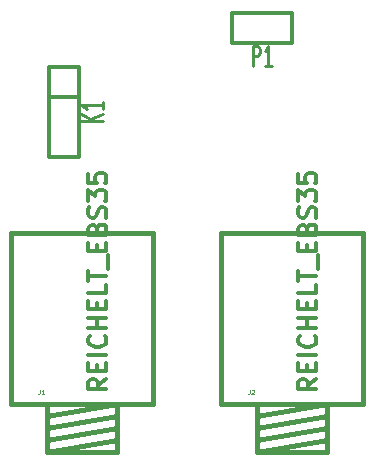
<source format=gto>
G04 (created by PCBNEW (2013-jul-07)-stable) date So 08 Feb 2015 13:55:18 CET*
%MOIN*%
G04 Gerber Fmt 3.4, Leading zero omitted, Abs format*
%FSLAX34Y34*%
G01*
G70*
G90*
G04 APERTURE LIST*
%ADD10C,0.00590551*%
%ADD11C,0.012*%
%ADD12C,0.015*%
%ADD13C,0.0106*%
%ADD14C,0.0107*%
%ADD15C,0.002*%
G04 APERTURE END LIST*
G54D10*
G54D11*
X56900Y-21300D02*
X57900Y-21300D01*
X57900Y-21300D02*
X57900Y-24300D01*
X57900Y-24300D02*
X56900Y-24300D01*
X56900Y-24300D02*
X56900Y-21300D01*
X57900Y-22300D02*
X56900Y-22300D01*
X65000Y-19500D02*
X65000Y-20500D01*
X65000Y-20500D02*
X63000Y-20500D01*
X63000Y-20500D02*
X63000Y-19500D01*
X63000Y-19500D02*
X65000Y-19500D01*
G54D12*
X63819Y-32556D02*
X63819Y-34131D01*
X63819Y-34131D02*
X66181Y-34131D01*
X66181Y-34131D02*
X66181Y-32556D01*
X66181Y-32556D02*
X63819Y-32950D01*
X63819Y-32950D02*
X63819Y-33343D01*
X63819Y-33343D02*
X66181Y-32950D01*
X66181Y-32950D02*
X66181Y-33343D01*
X66181Y-33343D02*
X63819Y-33737D01*
X63819Y-33737D02*
X63819Y-34131D01*
X63819Y-34131D02*
X66181Y-33737D01*
X67362Y-32556D02*
X62638Y-32556D01*
X62638Y-32556D02*
X62638Y-26847D01*
X62638Y-26847D02*
X67362Y-26847D01*
X67362Y-26847D02*
X67362Y-32556D01*
X56819Y-32556D02*
X56819Y-34131D01*
X56819Y-34131D02*
X59181Y-34131D01*
X59181Y-34131D02*
X59181Y-32556D01*
X59181Y-32556D02*
X56819Y-32950D01*
X56819Y-32950D02*
X56819Y-33343D01*
X56819Y-33343D02*
X59181Y-32950D01*
X59181Y-32950D02*
X59181Y-33343D01*
X59181Y-33343D02*
X56819Y-33737D01*
X56819Y-33737D02*
X56819Y-34131D01*
X56819Y-34131D02*
X59181Y-33737D01*
X60362Y-32556D02*
X55638Y-32556D01*
X55638Y-32556D02*
X55638Y-26847D01*
X55638Y-26847D02*
X60362Y-26847D01*
X60362Y-26847D02*
X60362Y-32556D01*
G54D13*
X58685Y-23112D02*
X57980Y-23112D01*
X58685Y-22870D02*
X58282Y-23052D01*
X57980Y-22870D02*
X58383Y-23112D01*
X58685Y-22466D02*
X58685Y-22709D01*
X58685Y-22588D02*
X57980Y-22588D01*
X58081Y-22628D01*
X58148Y-22668D01*
X58181Y-22709D01*
G54D11*
G54D14*
X63684Y-21275D02*
X63684Y-20594D01*
X63847Y-20594D01*
X63887Y-20627D01*
X63908Y-20659D01*
X63928Y-20724D01*
X63928Y-20821D01*
X63908Y-20886D01*
X63887Y-20918D01*
X63847Y-20951D01*
X63684Y-20951D01*
X64336Y-21275D02*
X64091Y-21275D01*
X64214Y-21275D02*
X64214Y-20594D01*
X64173Y-20691D01*
X64132Y-20756D01*
X64091Y-20789D01*
G54D11*
G54D15*
X63589Y-32068D02*
X63589Y-32180D01*
X63582Y-32203D01*
X63567Y-32218D01*
X63544Y-32225D01*
X63529Y-32225D01*
X63656Y-32083D02*
X63664Y-32076D01*
X63679Y-32068D01*
X63716Y-32068D01*
X63731Y-32076D01*
X63739Y-32083D01*
X63746Y-32098D01*
X63746Y-32113D01*
X63739Y-32135D01*
X63649Y-32225D01*
X63746Y-32225D01*
G54D11*
X65813Y-31703D02*
X65528Y-31903D01*
X65813Y-32046D02*
X65213Y-32046D01*
X65213Y-31818D01*
X65242Y-31761D01*
X65271Y-31732D01*
X65328Y-31703D01*
X65413Y-31703D01*
X65471Y-31732D01*
X65499Y-31761D01*
X65528Y-31818D01*
X65528Y-32046D01*
X65499Y-31446D02*
X65499Y-31246D01*
X65813Y-31161D02*
X65813Y-31446D01*
X65213Y-31446D01*
X65213Y-31161D01*
X65813Y-30903D02*
X65213Y-30903D01*
X65756Y-30275D02*
X65785Y-30303D01*
X65813Y-30389D01*
X65813Y-30446D01*
X65785Y-30532D01*
X65728Y-30589D01*
X65671Y-30618D01*
X65556Y-30646D01*
X65471Y-30646D01*
X65356Y-30618D01*
X65299Y-30589D01*
X65242Y-30532D01*
X65213Y-30446D01*
X65213Y-30389D01*
X65242Y-30303D01*
X65271Y-30275D01*
X65813Y-30018D02*
X65213Y-30018D01*
X65499Y-30018D02*
X65499Y-29675D01*
X65813Y-29675D02*
X65213Y-29675D01*
X65499Y-29389D02*
X65499Y-29189D01*
X65813Y-29103D02*
X65813Y-29389D01*
X65213Y-29389D01*
X65213Y-29103D01*
X65813Y-28561D02*
X65813Y-28846D01*
X65213Y-28846D01*
X65213Y-28446D02*
X65213Y-28103D01*
X65813Y-28275D02*
X65213Y-28275D01*
X65871Y-28046D02*
X65871Y-27589D01*
X65499Y-27446D02*
X65499Y-27246D01*
X65813Y-27161D02*
X65813Y-27446D01*
X65213Y-27446D01*
X65213Y-27161D01*
X65499Y-26703D02*
X65528Y-26618D01*
X65556Y-26589D01*
X65613Y-26561D01*
X65699Y-26561D01*
X65756Y-26589D01*
X65785Y-26618D01*
X65813Y-26675D01*
X65813Y-26903D01*
X65213Y-26903D01*
X65213Y-26703D01*
X65242Y-26646D01*
X65271Y-26618D01*
X65328Y-26589D01*
X65385Y-26589D01*
X65442Y-26618D01*
X65471Y-26646D01*
X65499Y-26703D01*
X65499Y-26903D01*
X65785Y-26332D02*
X65813Y-26246D01*
X65813Y-26103D01*
X65785Y-26046D01*
X65756Y-26018D01*
X65699Y-25989D01*
X65642Y-25989D01*
X65585Y-26018D01*
X65556Y-26046D01*
X65528Y-26103D01*
X65499Y-26218D01*
X65471Y-26275D01*
X65442Y-26303D01*
X65385Y-26332D01*
X65328Y-26332D01*
X65271Y-26303D01*
X65242Y-26275D01*
X65213Y-26218D01*
X65213Y-26075D01*
X65242Y-25989D01*
X65213Y-25789D02*
X65213Y-25418D01*
X65442Y-25618D01*
X65442Y-25532D01*
X65471Y-25475D01*
X65499Y-25446D01*
X65556Y-25418D01*
X65699Y-25418D01*
X65756Y-25446D01*
X65785Y-25475D01*
X65813Y-25532D01*
X65813Y-25703D01*
X65785Y-25761D01*
X65756Y-25789D01*
X65213Y-24875D02*
X65213Y-25161D01*
X65499Y-25189D01*
X65471Y-25161D01*
X65442Y-25103D01*
X65442Y-24961D01*
X65471Y-24903D01*
X65499Y-24875D01*
X65556Y-24846D01*
X65699Y-24846D01*
X65756Y-24875D01*
X65785Y-24903D01*
X65813Y-24961D01*
X65813Y-25103D01*
X65785Y-25161D01*
X65756Y-25189D01*
G54D15*
X56589Y-32068D02*
X56589Y-32180D01*
X56582Y-32203D01*
X56567Y-32218D01*
X56544Y-32225D01*
X56529Y-32225D01*
X56746Y-32225D02*
X56656Y-32225D01*
X56701Y-32225D02*
X56701Y-32068D01*
X56686Y-32090D01*
X56671Y-32105D01*
X56656Y-32113D01*
G54D11*
X58813Y-31703D02*
X58528Y-31903D01*
X58813Y-32046D02*
X58213Y-32046D01*
X58213Y-31818D01*
X58242Y-31761D01*
X58271Y-31732D01*
X58328Y-31703D01*
X58413Y-31703D01*
X58471Y-31732D01*
X58499Y-31761D01*
X58528Y-31818D01*
X58528Y-32046D01*
X58499Y-31446D02*
X58499Y-31246D01*
X58813Y-31161D02*
X58813Y-31446D01*
X58213Y-31446D01*
X58213Y-31161D01*
X58813Y-30903D02*
X58213Y-30903D01*
X58756Y-30275D02*
X58785Y-30303D01*
X58813Y-30389D01*
X58813Y-30446D01*
X58785Y-30532D01*
X58728Y-30589D01*
X58671Y-30618D01*
X58556Y-30646D01*
X58471Y-30646D01*
X58356Y-30618D01*
X58299Y-30589D01*
X58242Y-30532D01*
X58213Y-30446D01*
X58213Y-30389D01*
X58242Y-30303D01*
X58271Y-30275D01*
X58813Y-30018D02*
X58213Y-30018D01*
X58499Y-30018D02*
X58499Y-29675D01*
X58813Y-29675D02*
X58213Y-29675D01*
X58499Y-29389D02*
X58499Y-29189D01*
X58813Y-29103D02*
X58813Y-29389D01*
X58213Y-29389D01*
X58213Y-29103D01*
X58813Y-28561D02*
X58813Y-28846D01*
X58213Y-28846D01*
X58213Y-28446D02*
X58213Y-28103D01*
X58813Y-28275D02*
X58213Y-28275D01*
X58871Y-28046D02*
X58871Y-27589D01*
X58499Y-27446D02*
X58499Y-27246D01*
X58813Y-27161D02*
X58813Y-27446D01*
X58213Y-27446D01*
X58213Y-27161D01*
X58499Y-26703D02*
X58528Y-26618D01*
X58556Y-26589D01*
X58613Y-26561D01*
X58699Y-26561D01*
X58756Y-26589D01*
X58785Y-26618D01*
X58813Y-26675D01*
X58813Y-26903D01*
X58213Y-26903D01*
X58213Y-26703D01*
X58242Y-26646D01*
X58271Y-26618D01*
X58328Y-26589D01*
X58385Y-26589D01*
X58442Y-26618D01*
X58471Y-26646D01*
X58499Y-26703D01*
X58499Y-26903D01*
X58785Y-26332D02*
X58813Y-26246D01*
X58813Y-26103D01*
X58785Y-26046D01*
X58756Y-26018D01*
X58699Y-25989D01*
X58642Y-25989D01*
X58585Y-26018D01*
X58556Y-26046D01*
X58528Y-26103D01*
X58499Y-26218D01*
X58471Y-26275D01*
X58442Y-26303D01*
X58385Y-26332D01*
X58328Y-26332D01*
X58271Y-26303D01*
X58242Y-26275D01*
X58213Y-26218D01*
X58213Y-26075D01*
X58242Y-25989D01*
X58213Y-25789D02*
X58213Y-25418D01*
X58442Y-25618D01*
X58442Y-25532D01*
X58471Y-25475D01*
X58499Y-25446D01*
X58556Y-25418D01*
X58699Y-25418D01*
X58756Y-25446D01*
X58785Y-25475D01*
X58813Y-25532D01*
X58813Y-25703D01*
X58785Y-25761D01*
X58756Y-25789D01*
X58213Y-24875D02*
X58213Y-25161D01*
X58499Y-25189D01*
X58471Y-25161D01*
X58442Y-25103D01*
X58442Y-24961D01*
X58471Y-24903D01*
X58499Y-24875D01*
X58556Y-24846D01*
X58699Y-24846D01*
X58756Y-24875D01*
X58785Y-24903D01*
X58813Y-24961D01*
X58813Y-25103D01*
X58785Y-25161D01*
X58756Y-25189D01*
M02*

</source>
